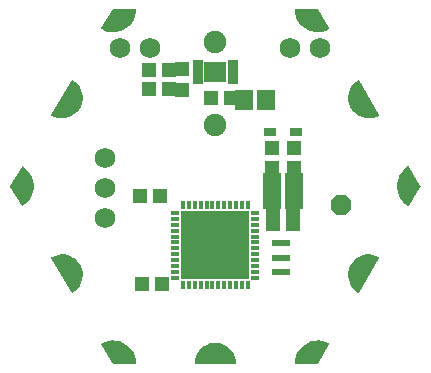
<source format=gbr>
G04 EAGLE Gerber RS-274X export*
G75*
%MOMM*%
%FSLAX34Y34*%
%LPD*%
%INSoldermask Bottom*%
%IPPOS*%
%AMOC8*
5,1,8,0,0,1.08239X$1,22.5*%
G01*
%ADD10R,1.303200X1.203200*%
%ADD11R,1.603197X0.603200*%
%ADD12R,0.753200X0.457200*%
%ADD13R,0.457200X0.753200*%
%ADD14R,5.803200X5.803200*%
%ADD15P,1.869504X8X22.500000*%
%ADD16R,1.203200X1.303200*%
%ADD17R,1.503200X1.703200*%
%ADD18C,1.727200*%
%ADD19R,1.003200X0.703200*%
%ADD20R,0.953200X0.473200*%
%ADD21R,1.853200X1.653200*%
%ADD22C,1.203200*%
%ADD23C,1.903200*%

G36*
X17029Y319D02*
X17029Y319D01*
X17058Y317D01*
X17125Y339D01*
X17195Y353D01*
X17219Y369D01*
X17247Y378D01*
X17300Y425D01*
X17359Y465D01*
X17375Y490D01*
X17397Y509D01*
X17428Y573D01*
X17466Y633D01*
X17471Y662D01*
X17483Y688D01*
X17492Y787D01*
X17499Y829D01*
X17496Y840D01*
X17498Y854D01*
X17266Y3652D01*
X17256Y3685D01*
X17252Y3733D01*
X16563Y6455D01*
X16548Y6486D01*
X16536Y6533D01*
X15408Y9104D01*
X15388Y9132D01*
X15369Y9177D01*
X13833Y11527D01*
X13809Y11552D01*
X13783Y11592D01*
X11881Y13658D01*
X11853Y13678D01*
X11820Y13714D01*
X9605Y15438D01*
X9574Y15454D01*
X9536Y15483D01*
X7066Y16820D01*
X7033Y16830D01*
X6991Y16853D01*
X5805Y17260D01*
X4351Y17759D01*
X4335Y17765D01*
X4301Y17769D01*
X4255Y17785D01*
X1486Y18247D01*
X1451Y18246D01*
X1404Y18254D01*
X-1404Y18254D01*
X-1438Y18247D01*
X-1486Y18247D01*
X-4255Y17785D01*
X-4288Y17772D01*
X-4335Y17765D01*
X-6991Y16853D01*
X-7021Y16835D01*
X-7066Y16820D01*
X-9536Y15483D01*
X-9562Y15461D01*
X-9605Y15438D01*
X-11820Y13714D01*
X-11843Y13687D01*
X-11881Y13658D01*
X-13783Y11592D01*
X-13801Y11563D01*
X-13833Y11527D01*
X-15369Y9177D01*
X-15382Y9144D01*
X-15408Y9104D01*
X-16536Y6533D01*
X-16543Y6499D01*
X-16546Y6493D01*
X-16552Y6484D01*
X-16553Y6478D01*
X-16563Y6455D01*
X-17252Y3733D01*
X-17254Y3698D01*
X-17266Y3652D01*
X-17498Y854D01*
X-17494Y825D01*
X-17499Y796D01*
X-17483Y727D01*
X-17474Y656D01*
X-17460Y631D01*
X-17453Y603D01*
X-17411Y545D01*
X-17376Y484D01*
X-17352Y466D01*
X-17335Y442D01*
X-17274Y406D01*
X-17217Y363D01*
X-17189Y356D01*
X-17164Y341D01*
X-17066Y324D01*
X-17025Y314D01*
X-17014Y316D01*
X-17000Y313D01*
X17000Y313D01*
X17029Y319D01*
G37*
G36*
X-121393Y60622D02*
X-121393Y60622D01*
X-121322Y60619D01*
X-121295Y60630D01*
X-121266Y60632D01*
X-121176Y60674D01*
X-121136Y60689D01*
X-121128Y60697D01*
X-121115Y60702D01*
X-118812Y62302D01*
X-118788Y62327D01*
X-118748Y62354D01*
X-116739Y64311D01*
X-116720Y64340D01*
X-116685Y64374D01*
X-115026Y66634D01*
X-115011Y66666D01*
X-114982Y66705D01*
X-113718Y69208D01*
X-113709Y69241D01*
X-113687Y69284D01*
X-112851Y71961D01*
X-112848Y71996D01*
X-112833Y72042D01*
X-112450Y74820D01*
X-112452Y74855D01*
X-112446Y74902D01*
X-112525Y77706D01*
X-112533Y77740D01*
X-112534Y77788D01*
X-113073Y80540D01*
X-113087Y80572D01*
X-113096Y80619D01*
X-114081Y83245D01*
X-114096Y83270D01*
X-114101Y83289D01*
X-114109Y83300D01*
X-114116Y83319D01*
X-115520Y85747D01*
X-115543Y85773D01*
X-115567Y85815D01*
X-117351Y87979D01*
X-117378Y88000D01*
X-117409Y88038D01*
X-119525Y89878D01*
X-119555Y89895D01*
X-119591Y89927D01*
X-121982Y91394D01*
X-122014Y91406D01*
X-122055Y91431D01*
X-124654Y92485D01*
X-124688Y92491D01*
X-124733Y92509D01*
X-127470Y93121D01*
X-127505Y93122D01*
X-127552Y93132D01*
X-130352Y93285D01*
X-130386Y93280D01*
X-130434Y93283D01*
X-133222Y92972D01*
X-133255Y92962D01*
X-133303Y92956D01*
X-136001Y92191D01*
X-136031Y92176D01*
X-136078Y92162D01*
X-138613Y90964D01*
X-138637Y90946D01*
X-138664Y90936D01*
X-138716Y90887D01*
X-138773Y90845D01*
X-138787Y90820D01*
X-138809Y90800D01*
X-138837Y90734D01*
X-138873Y90673D01*
X-138876Y90644D01*
X-138888Y90617D01*
X-138889Y90546D01*
X-138898Y90476D01*
X-138890Y90448D01*
X-138890Y90418D01*
X-138856Y90326D01*
X-138844Y90284D01*
X-138837Y90276D01*
X-138832Y90263D01*
X-121832Y60863D01*
X-121813Y60841D01*
X-121800Y60814D01*
X-121747Y60767D01*
X-121700Y60714D01*
X-121674Y60701D01*
X-121652Y60682D01*
X-121585Y60659D01*
X-121521Y60628D01*
X-121492Y60627D01*
X-121464Y60617D01*
X-121393Y60622D01*
G37*
G36*
X130386Y208345D02*
X130386Y208345D01*
X130434Y208343D01*
X133222Y208653D01*
X133255Y208663D01*
X133303Y208669D01*
X136001Y209434D01*
X136031Y209450D01*
X136078Y209463D01*
X138613Y210661D01*
X138637Y210679D01*
X138664Y210689D01*
X138716Y210738D01*
X138773Y210780D01*
X138787Y210805D01*
X138809Y210825D01*
X138837Y210891D01*
X138873Y210952D01*
X138876Y210981D01*
X138888Y211008D01*
X138889Y211079D01*
X138898Y211149D01*
X138890Y211177D01*
X138890Y211207D01*
X138856Y211299D01*
X138844Y211341D01*
X138837Y211350D01*
X138832Y211362D01*
X121832Y240762D01*
X121813Y240784D01*
X121800Y240811D01*
X121747Y240858D01*
X121700Y240911D01*
X121674Y240924D01*
X121652Y240943D01*
X121585Y240966D01*
X121521Y240997D01*
X121492Y240998D01*
X121464Y241008D01*
X121393Y241003D01*
X121322Y241006D01*
X121295Y240995D01*
X121266Y240993D01*
X121176Y240951D01*
X121136Y240936D01*
X121128Y240929D01*
X121115Y240923D01*
X118812Y239323D01*
X118788Y239298D01*
X118748Y239271D01*
X116739Y237314D01*
X116720Y237285D01*
X116685Y237251D01*
X115026Y234991D01*
X115011Y234959D01*
X114982Y234920D01*
X113718Y232417D01*
X113709Y232384D01*
X113687Y232341D01*
X112851Y229664D01*
X112848Y229629D01*
X112833Y229583D01*
X112450Y226805D01*
X112452Y226770D01*
X112446Y226723D01*
X112525Y223919D01*
X112533Y223885D01*
X112534Y223837D01*
X113073Y221085D01*
X113087Y221053D01*
X113096Y221006D01*
X114081Y218380D01*
X114099Y218351D01*
X114116Y218306D01*
X115520Y215878D01*
X115543Y215852D01*
X115567Y215810D01*
X117351Y213646D01*
X117378Y213625D01*
X117409Y213587D01*
X119525Y211747D01*
X119555Y211730D01*
X119591Y211698D01*
X121982Y210231D01*
X122014Y210219D01*
X122055Y210194D01*
X124654Y209140D01*
X124688Y209134D01*
X124733Y209116D01*
X127470Y208504D01*
X127505Y208503D01*
X127552Y208493D01*
X130352Y208340D01*
X130386Y208345D01*
G37*
G36*
X121426Y60623D02*
X121426Y60623D01*
X121497Y60623D01*
X121524Y60634D01*
X121553Y60637D01*
X121615Y60672D01*
X121680Y60699D01*
X121701Y60720D01*
X121726Y60734D01*
X121789Y60811D01*
X121819Y60841D01*
X121823Y60852D01*
X121832Y60863D01*
X138832Y90263D01*
X138841Y90290D01*
X138858Y90314D01*
X138873Y90384D01*
X138895Y90451D01*
X138893Y90480D01*
X138899Y90509D01*
X138886Y90579D01*
X138880Y90649D01*
X138867Y90675D01*
X138861Y90704D01*
X138821Y90763D01*
X138789Y90826D01*
X138766Y90845D01*
X138750Y90869D01*
X138668Y90926D01*
X138635Y90953D01*
X138625Y90956D01*
X138613Y90964D01*
X136078Y92162D01*
X136044Y92171D01*
X136001Y92191D01*
X133303Y92956D01*
X133268Y92959D01*
X133222Y92972D01*
X130434Y93283D01*
X130400Y93279D01*
X130352Y93285D01*
X127552Y93132D01*
X127518Y93123D01*
X127470Y93121D01*
X124733Y92509D01*
X124701Y92495D01*
X124654Y92485D01*
X122055Y91431D01*
X122026Y91412D01*
X121982Y91394D01*
X119591Y89927D01*
X119566Y89903D01*
X119525Y89878D01*
X117409Y88038D01*
X117388Y88010D01*
X117351Y87979D01*
X115567Y85815D01*
X115551Y85784D01*
X115520Y85747D01*
X114116Y83319D01*
X114105Y83287D01*
X114098Y83274D01*
X114088Y83259D01*
X114088Y83257D01*
X114081Y83245D01*
X113096Y80619D01*
X113090Y80585D01*
X113073Y80540D01*
X112534Y77788D01*
X112534Y77753D01*
X112525Y77706D01*
X112446Y74902D01*
X112452Y74868D01*
X112450Y74820D01*
X112833Y72042D01*
X112845Y72009D01*
X112851Y71961D01*
X113687Y69284D01*
X113704Y69254D01*
X113718Y69208D01*
X114982Y66705D01*
X115004Y66677D01*
X115026Y66634D01*
X116685Y64374D01*
X116711Y64350D01*
X116739Y64311D01*
X118748Y62354D01*
X118777Y62336D01*
X118812Y62302D01*
X121115Y60702D01*
X121142Y60691D01*
X121165Y60672D01*
X121233Y60652D01*
X121298Y60624D01*
X121327Y60624D01*
X121355Y60615D01*
X121426Y60623D01*
G37*
G36*
X-127552Y208493D02*
X-127552Y208493D01*
X-127518Y208502D01*
X-127470Y208504D01*
X-124733Y209116D01*
X-124701Y209130D01*
X-124654Y209140D01*
X-122055Y210194D01*
X-122026Y210213D01*
X-121982Y210231D01*
X-119591Y211698D01*
X-119566Y211722D01*
X-119525Y211747D01*
X-117409Y213587D01*
X-117388Y213615D01*
X-117351Y213646D01*
X-115567Y215810D01*
X-115551Y215841D01*
X-115520Y215878D01*
X-114116Y218306D01*
X-114105Y218338D01*
X-114081Y218380D01*
X-113096Y221006D01*
X-113090Y221040D01*
X-113073Y221085D01*
X-112534Y223837D01*
X-112534Y223872D01*
X-112525Y223919D01*
X-112446Y226723D01*
X-112452Y226757D01*
X-112450Y226805D01*
X-112833Y229583D01*
X-112845Y229616D01*
X-112851Y229664D01*
X-113687Y232341D01*
X-113704Y232371D01*
X-113718Y232417D01*
X-114982Y234920D01*
X-115004Y234948D01*
X-115026Y234991D01*
X-116685Y237251D01*
X-116711Y237275D01*
X-116739Y237314D01*
X-118748Y239271D01*
X-118777Y239289D01*
X-118812Y239323D01*
X-121115Y240923D01*
X-121142Y240934D01*
X-121165Y240953D01*
X-121233Y240973D01*
X-121298Y241001D01*
X-121327Y241001D01*
X-121355Y241010D01*
X-121426Y241002D01*
X-121497Y241002D01*
X-121524Y240991D01*
X-121553Y240988D01*
X-121615Y240953D01*
X-121680Y240926D01*
X-121701Y240905D01*
X-121726Y240891D01*
X-121789Y240814D01*
X-121819Y240784D01*
X-121823Y240773D01*
X-121832Y240762D01*
X-138832Y211362D01*
X-138841Y211335D01*
X-138858Y211311D01*
X-138873Y211241D01*
X-138895Y211174D01*
X-138893Y211145D01*
X-138899Y211116D01*
X-138886Y211046D01*
X-138880Y210976D01*
X-138867Y210950D01*
X-138861Y210921D01*
X-138821Y210862D01*
X-138789Y210799D01*
X-138766Y210780D01*
X-138750Y210756D01*
X-138668Y210699D01*
X-138635Y210672D01*
X-138625Y210669D01*
X-138613Y210661D01*
X-136078Y209463D01*
X-136044Y209454D01*
X-136001Y209434D01*
X-133303Y208669D01*
X-133268Y208666D01*
X-133222Y208653D01*
X-130434Y208343D01*
X-130400Y208346D01*
X-130352Y208340D01*
X-127552Y208493D01*
G37*
G36*
X163727Y133823D02*
X163727Y133823D01*
X163798Y133823D01*
X163825Y133834D01*
X163854Y133837D01*
X163916Y133873D01*
X163981Y133900D01*
X164002Y133921D01*
X164027Y133935D01*
X164090Y134012D01*
X164120Y134043D01*
X164124Y134053D01*
X164133Y134063D01*
X173633Y150563D01*
X173643Y150595D01*
X173652Y150608D01*
X173656Y150633D01*
X173657Y150636D01*
X173688Y150707D01*
X173688Y150730D01*
X173696Y150752D01*
X173690Y150829D01*
X173691Y150906D01*
X173681Y150930D01*
X173680Y150950D01*
X173659Y150990D01*
X173633Y151062D01*
X164133Y167562D01*
X164114Y167583D01*
X164101Y167610D01*
X164048Y167657D01*
X164001Y167711D01*
X163975Y167723D01*
X163954Y167743D01*
X163886Y167766D01*
X163822Y167797D01*
X163793Y167798D01*
X163766Y167807D01*
X163694Y167803D01*
X163623Y167806D01*
X163596Y167796D01*
X163567Y167794D01*
X163477Y167751D01*
X163437Y167737D01*
X163429Y167729D01*
X163416Y167723D01*
X160893Y165982D01*
X160869Y165957D01*
X160831Y165931D01*
X158619Y163807D01*
X158600Y163779D01*
X158566Y163747D01*
X156724Y161295D01*
X156710Y161265D01*
X156681Y161227D01*
X155256Y158512D01*
X155247Y158481D01*
X155231Y158456D01*
X155230Y158448D01*
X155225Y158439D01*
X154254Y155530D01*
X154250Y155496D01*
X154235Y155452D01*
X153743Y152426D01*
X153744Y152392D01*
X153736Y152346D01*
X153736Y149279D01*
X153737Y149276D01*
X153737Y149273D01*
X153743Y149247D01*
X153743Y149246D01*
X153743Y149199D01*
X154235Y146173D01*
X154247Y146141D01*
X154254Y146095D01*
X155225Y143186D01*
X155242Y143157D01*
X155256Y143113D01*
X156681Y140398D01*
X156703Y140371D01*
X156724Y140330D01*
X158566Y137878D01*
X158591Y137856D01*
X158619Y137818D01*
X160831Y135694D01*
X160859Y135676D01*
X160893Y135643D01*
X163416Y133902D01*
X163443Y133890D01*
X163465Y133872D01*
X163534Y133852D01*
X163599Y133824D01*
X163628Y133823D01*
X163656Y133815D01*
X163727Y133823D01*
G37*
G36*
X-163694Y133822D02*
X-163694Y133822D01*
X-163623Y133819D01*
X-163596Y133829D01*
X-163567Y133831D01*
X-163477Y133874D01*
X-163437Y133888D01*
X-163429Y133896D01*
X-163416Y133902D01*
X-160893Y135643D01*
X-160869Y135668D01*
X-160831Y135694D01*
X-158619Y137818D01*
X-158600Y137846D01*
X-158566Y137878D01*
X-156724Y140330D01*
X-156710Y140360D01*
X-156681Y140398D01*
X-155256Y143113D01*
X-155247Y143145D01*
X-155225Y143186D01*
X-154254Y146095D01*
X-154250Y146129D01*
X-154235Y146173D01*
X-153743Y149199D01*
X-153744Y149233D01*
X-153736Y149279D01*
X-153736Y152346D01*
X-153743Y152379D01*
X-153743Y152426D01*
X-154235Y155452D01*
X-154247Y155484D01*
X-154254Y155530D01*
X-155225Y158439D01*
X-155238Y158462D01*
X-155244Y158486D01*
X-155251Y158495D01*
X-155256Y158512D01*
X-156681Y161227D01*
X-156703Y161254D01*
X-156724Y161295D01*
X-158566Y163747D01*
X-158591Y163769D01*
X-158619Y163807D01*
X-160831Y165931D01*
X-160859Y165949D01*
X-160893Y165982D01*
X-163416Y167723D01*
X-163443Y167735D01*
X-163465Y167753D01*
X-163534Y167774D01*
X-163599Y167801D01*
X-163628Y167802D01*
X-163656Y167810D01*
X-163727Y167802D01*
X-163798Y167802D01*
X-163825Y167791D01*
X-163854Y167788D01*
X-163916Y167753D01*
X-163981Y167725D01*
X-164002Y167704D01*
X-164027Y167690D01*
X-164090Y167613D01*
X-164120Y167582D01*
X-164124Y167572D01*
X-164133Y167562D01*
X-173633Y151062D01*
X-173657Y150989D01*
X-173688Y150918D01*
X-173688Y150895D01*
X-173696Y150873D01*
X-173690Y150796D01*
X-173691Y150719D01*
X-173681Y150695D01*
X-173680Y150675D01*
X-173659Y150635D01*
X-173640Y150583D01*
X-173639Y150578D01*
X-173637Y150576D01*
X-173633Y150563D01*
X-164133Y134063D01*
X-164114Y134042D01*
X-164101Y134015D01*
X-164048Y133968D01*
X-164001Y133914D01*
X-163975Y133902D01*
X-163954Y133882D01*
X-163886Y133859D01*
X-163822Y133828D01*
X-163793Y133827D01*
X-163766Y133818D01*
X-163694Y133822D01*
G37*
G36*
X86676Y329D02*
X86676Y329D01*
X86754Y337D01*
X86773Y348D01*
X86795Y353D01*
X86859Y397D01*
X86927Y435D01*
X86943Y454D01*
X86959Y465D01*
X86983Y503D01*
X87033Y563D01*
X96533Y17063D01*
X96542Y17091D01*
X96558Y17114D01*
X96573Y17184D01*
X96596Y17252D01*
X96593Y17281D01*
X96599Y17309D01*
X96586Y17379D01*
X96580Y17450D01*
X96567Y17476D01*
X96561Y17504D01*
X96521Y17563D01*
X96488Y17627D01*
X96466Y17645D01*
X96450Y17669D01*
X96367Y17726D01*
X96335Y17753D01*
X96324Y17756D01*
X96314Y17764D01*
X93548Y19072D01*
X93515Y19080D01*
X93472Y19101D01*
X90532Y19948D01*
X90498Y19951D01*
X90454Y19964D01*
X87416Y20330D01*
X87382Y20327D01*
X87335Y20333D01*
X84278Y20206D01*
X84245Y20198D01*
X84198Y20196D01*
X81201Y19580D01*
X81170Y19567D01*
X81124Y19558D01*
X78264Y18470D01*
X78236Y18451D01*
X78192Y18435D01*
X75544Y16902D01*
X75518Y16879D01*
X75478Y16856D01*
X73110Y14918D01*
X73088Y14892D01*
X73052Y14862D01*
X71025Y12570D01*
X71009Y12540D01*
X70977Y12505D01*
X69345Y9917D01*
X69333Y9886D01*
X69308Y9846D01*
X68112Y7030D01*
X68105Y6996D01*
X68102Y6990D01*
X68098Y6983D01*
X68097Y6978D01*
X68086Y6953D01*
X67358Y3982D01*
X67356Y3948D01*
X67345Y3902D01*
X67102Y852D01*
X67106Y824D01*
X67101Y796D01*
X67118Y726D01*
X67126Y655D01*
X67141Y630D01*
X67147Y603D01*
X67190Y545D01*
X67226Y482D01*
X67248Y465D01*
X67265Y442D01*
X67327Y406D01*
X67384Y362D01*
X67412Y355D01*
X67436Y341D01*
X67536Y324D01*
X67577Y314D01*
X67587Y315D01*
X67600Y313D01*
X86600Y313D01*
X86676Y329D01*
G37*
G36*
X87369Y281298D02*
X87369Y281298D01*
X87416Y281295D01*
X90454Y281661D01*
X90486Y281671D01*
X90532Y281677D01*
X93472Y282524D01*
X93502Y282540D01*
X93548Y282553D01*
X96314Y283861D01*
X96336Y283878D01*
X96363Y283888D01*
X96415Y283937D01*
X96473Y283980D01*
X96487Y284005D01*
X96508Y284025D01*
X96537Y284090D01*
X96573Y284152D01*
X96576Y284181D01*
X96588Y284207D01*
X96589Y284279D01*
X96598Y284349D01*
X96590Y284377D01*
X96591Y284406D01*
X96555Y284500D01*
X96544Y284541D01*
X96537Y284549D01*
X96533Y284562D01*
X87033Y301062D01*
X86981Y301120D01*
X86935Y301183D01*
X86916Y301194D01*
X86901Y301211D01*
X86831Y301244D01*
X86764Y301284D01*
X86740Y301288D01*
X86722Y301297D01*
X86677Y301299D01*
X86600Y301312D01*
X67600Y301312D01*
X67572Y301306D01*
X67544Y301309D01*
X67476Y301286D01*
X67405Y301272D01*
X67382Y301256D01*
X67355Y301247D01*
X67300Y301200D01*
X67241Y301160D01*
X67226Y301136D01*
X67205Y301117D01*
X67173Y301053D01*
X67134Y300992D01*
X67129Y300964D01*
X67117Y300939D01*
X67108Y300837D01*
X67101Y300796D01*
X67103Y300786D01*
X67102Y300773D01*
X67345Y297723D01*
X67354Y297690D01*
X67358Y297643D01*
X68086Y294672D01*
X68101Y294641D01*
X68112Y294595D01*
X69308Y291779D01*
X69327Y291751D01*
X69345Y291708D01*
X70977Y289120D01*
X71001Y289095D01*
X71025Y289055D01*
X73052Y286763D01*
X73079Y286742D01*
X73110Y286707D01*
X75478Y284769D01*
X75508Y284753D01*
X75544Y284723D01*
X78192Y283190D01*
X78224Y283179D01*
X78264Y283155D01*
X81124Y282067D01*
X81157Y282061D01*
X81201Y282045D01*
X84198Y281429D01*
X84232Y281429D01*
X84278Y281419D01*
X87335Y281292D01*
X87369Y281298D01*
G37*
G36*
X-67572Y319D02*
X-67572Y319D01*
X-67544Y316D01*
X-67476Y339D01*
X-67405Y353D01*
X-67382Y369D01*
X-67355Y378D01*
X-67300Y425D01*
X-67241Y465D01*
X-67226Y489D01*
X-67205Y508D01*
X-67173Y572D01*
X-67134Y633D01*
X-67129Y661D01*
X-67117Y686D01*
X-67108Y788D01*
X-67101Y829D01*
X-67103Y839D01*
X-67102Y852D01*
X-67345Y3902D01*
X-67354Y3935D01*
X-67358Y3982D01*
X-68086Y6953D01*
X-68101Y6984D01*
X-68112Y7030D01*
X-69308Y9846D01*
X-69327Y9874D01*
X-69345Y9917D01*
X-70977Y12505D01*
X-71001Y12530D01*
X-71025Y12570D01*
X-73052Y14862D01*
X-73079Y14883D01*
X-73110Y14918D01*
X-75478Y16856D01*
X-75508Y16872D01*
X-75544Y16902D01*
X-78192Y18435D01*
X-78224Y18446D01*
X-78264Y18470D01*
X-81124Y19558D01*
X-81157Y19564D01*
X-81201Y19580D01*
X-84198Y20196D01*
X-84232Y20196D01*
X-84278Y20206D01*
X-87335Y20333D01*
X-87369Y20327D01*
X-87416Y20330D01*
X-90454Y19964D01*
X-90486Y19954D01*
X-90532Y19948D01*
X-93472Y19101D01*
X-93502Y19085D01*
X-93548Y19072D01*
X-96314Y17764D01*
X-96336Y17747D01*
X-96363Y17737D01*
X-96415Y17688D01*
X-96473Y17645D01*
X-96487Y17620D01*
X-96508Y17600D01*
X-96537Y17535D01*
X-96573Y17473D01*
X-96576Y17445D01*
X-96588Y17418D01*
X-96589Y17346D01*
X-96598Y17276D01*
X-96590Y17248D01*
X-96591Y17219D01*
X-96555Y17125D01*
X-96544Y17084D01*
X-96537Y17076D01*
X-96533Y17063D01*
X-87033Y563D01*
X-86981Y505D01*
X-86935Y442D01*
X-86916Y431D01*
X-86901Y414D01*
X-86831Y381D01*
X-86764Y341D01*
X-86740Y337D01*
X-86722Y328D01*
X-86677Y326D01*
X-86600Y313D01*
X-67600Y313D01*
X-67572Y319D01*
G37*
G36*
X-84278Y281419D02*
X-84278Y281419D01*
X-84245Y281427D01*
X-84198Y281429D01*
X-81201Y282045D01*
X-81170Y282058D01*
X-81124Y282067D01*
X-78264Y283155D01*
X-78236Y283174D01*
X-78192Y283190D01*
X-75544Y284723D01*
X-75518Y284746D01*
X-75478Y284769D01*
X-73110Y286707D01*
X-73088Y286733D01*
X-73052Y286763D01*
X-71025Y289055D01*
X-71009Y289085D01*
X-70977Y289120D01*
X-69345Y291708D01*
X-69333Y291740D01*
X-69308Y291779D01*
X-68112Y294595D01*
X-68105Y294629D01*
X-68086Y294672D01*
X-67358Y297643D01*
X-67356Y297677D01*
X-67345Y297723D01*
X-67102Y300773D01*
X-67106Y300801D01*
X-67101Y300829D01*
X-67118Y300899D01*
X-67126Y300970D01*
X-67141Y300995D01*
X-67147Y301022D01*
X-67190Y301080D01*
X-67226Y301143D01*
X-67248Y301160D01*
X-67265Y301183D01*
X-67327Y301219D01*
X-67384Y301263D01*
X-67412Y301270D01*
X-67436Y301284D01*
X-67536Y301301D01*
X-67577Y301311D01*
X-67587Y301310D01*
X-67600Y301312D01*
X-86600Y301312D01*
X-86676Y301296D01*
X-86754Y301288D01*
X-86773Y301277D01*
X-86795Y301272D01*
X-86859Y301228D01*
X-86927Y301190D01*
X-86943Y301171D01*
X-86959Y301160D01*
X-86983Y301122D01*
X-87033Y301062D01*
X-96533Y284562D01*
X-96542Y284534D01*
X-96558Y284511D01*
X-96573Y284441D01*
X-96596Y284373D01*
X-96593Y284345D01*
X-96599Y284316D01*
X-96586Y284246D01*
X-96580Y284175D01*
X-96567Y284149D01*
X-96561Y284121D01*
X-96521Y284062D01*
X-96488Y283998D01*
X-96466Y283980D01*
X-96450Y283956D01*
X-96367Y283899D01*
X-96335Y283872D01*
X-96324Y283869D01*
X-96314Y283861D01*
X-93548Y282553D01*
X-93515Y282545D01*
X-93472Y282524D01*
X-90532Y281677D01*
X-90498Y281674D01*
X-90454Y281661D01*
X-87416Y281295D01*
X-87382Y281298D01*
X-87335Y281292D01*
X-84278Y281419D01*
G37*
D10*
X47625Y166125D03*
X47625Y183125D03*
X66675Y183125D03*
X66675Y166125D03*
D11*
X55563Y78488D03*
X55563Y90488D03*
X55563Y102487D03*
D12*
X33800Y128313D03*
X33800Y123312D03*
X33800Y118310D03*
X33800Y113309D03*
X33800Y108308D03*
X33800Y103307D03*
X33800Y98305D03*
X33800Y93304D03*
X33800Y88303D03*
X33800Y83302D03*
X33800Y78300D03*
X33800Y73299D03*
D13*
X27507Y67006D03*
X22506Y67006D03*
X17504Y67006D03*
X12503Y67006D03*
X7502Y67006D03*
X2501Y67006D03*
X-2501Y67006D03*
X-7502Y67006D03*
X-12503Y67006D03*
X-17504Y67006D03*
X-22506Y67006D03*
X-27507Y67006D03*
D12*
X-33800Y73299D03*
X-33800Y78300D03*
X-33800Y83302D03*
X-33800Y88303D03*
X-33800Y93304D03*
X-33800Y98305D03*
X-33800Y103307D03*
X-33800Y108308D03*
X-33800Y113309D03*
X-33800Y118310D03*
X-33800Y123312D03*
X-33800Y128313D03*
D13*
X-27507Y134606D03*
X-22506Y134606D03*
X-17504Y134606D03*
X-12503Y134606D03*
X-7502Y134606D03*
X-2501Y134606D03*
X2501Y134606D03*
X7502Y134606D03*
X12503Y134606D03*
X17504Y134606D03*
X22506Y134606D03*
X27507Y134606D03*
D14*
X0Y100806D03*
D15*
X106363Y134938D03*
D16*
X-47063Y142875D03*
X-64063Y142875D03*
X-45475Y68263D03*
X-62475Y68263D03*
D10*
X48650Y128588D03*
X65650Y128588D03*
X48650Y119063D03*
X65650Y119063D03*
D17*
X47650Y153988D03*
X66650Y153988D03*
X47650Y139700D03*
X66650Y139700D03*
D18*
X-93663Y174625D03*
X-93663Y149225D03*
X-93663Y123825D03*
X-55563Y268288D03*
X-80963Y268288D03*
D10*
X-28575Y249800D03*
X-28575Y232800D03*
D16*
X-39125Y233363D03*
X-56125Y233363D03*
D18*
X63132Y268289D03*
X88532Y268289D03*
D10*
X13263Y225425D03*
X-3738Y225425D03*
X-39125Y249238D03*
X-56125Y249238D03*
D19*
X68150Y196850D03*
X46150Y196850D03*
D20*
X-14500Y240150D03*
X-14500Y245150D03*
X-14500Y250150D03*
X-14500Y255150D03*
X14500Y255150D03*
X14500Y250150D03*
X14500Y245150D03*
X14500Y240150D03*
D21*
X0Y247650D03*
D22*
X82600Y293913D03*
X165200Y150813D03*
X82600Y7713D03*
X-82600Y7713D03*
X-165200Y150813D03*
X-82600Y293913D03*
X123900Y222313D03*
X123900Y79313D03*
X0Y7713D03*
X-123900Y79313D03*
X-123900Y222313D03*
D17*
X23838Y223838D03*
X42838Y223838D03*
D23*
X0Y273050D03*
X0Y203050D03*
M02*

</source>
